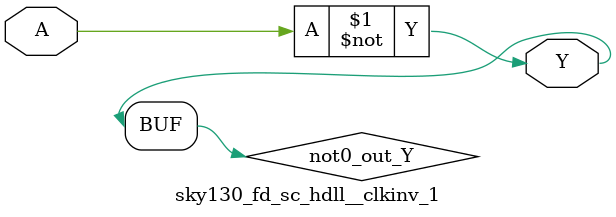
<source format=v>
/*
 * Copyright 2020 The SkyWater PDK Authors
 *
 * Licensed under the Apache License, Version 2.0 (the "License");
 * you may not use this file except in compliance with the License.
 * You may obtain a copy of the License at
 *
 *     https://www.apache.org/licenses/LICENSE-2.0
 *
 * Unless required by applicable law or agreed to in writing, software
 * distributed under the License is distributed on an "AS IS" BASIS,
 * WITHOUT WARRANTIES OR CONDITIONS OF ANY KIND, either express or implied.
 * See the License for the specific language governing permissions and
 * limitations under the License.
 *
 * SPDX-License-Identifier: Apache-2.0
*/


`ifndef SKY130_FD_SC_HDLL__CLKINV_1_FUNCTIONAL_V
`define SKY130_FD_SC_HDLL__CLKINV_1_FUNCTIONAL_V

/**
 * clkinv: Clock tree inverter.
 *
 * Verilog simulation functional model.
 */

`timescale 1ns / 1ps
`default_nettype none

`celldefine
module sky130_fd_sc_hdll__clkinv_1 (
    Y,
    A
);

    // Module ports
    output Y;
    input  A;

    // Local signals
    wire not0_out_Y;

    //  Name  Output      Other arguments
    not not0 (not0_out_Y, A              );
    buf buf0 (Y         , not0_out_Y     );

endmodule
`endcelldefine

`default_nettype wire
`endif  // SKY130_FD_SC_HDLL__CLKINV_1_FUNCTIONAL_V

</source>
